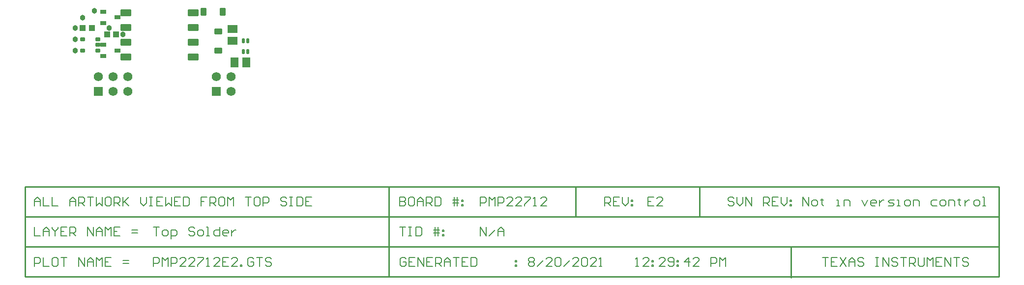
<source format=gts>
G04*
G04 #@! TF.GenerationSoftware,Altium Limited,Altium Designer,21.6.1 (37)*
G04*
G04 Layer_Color=8388736*
%FSAX44Y44*%
%MOMM*%
G71*
G04*
G04 #@! TF.SameCoordinates,618BDD94-0BF2-4233-98CF-319708F98917*
G04*
G04*
G04 #@! TF.FilePolarity,Negative*
G04*
G01*
G75*
%ADD15C,0.2032*%
%ADD17C,0.2540*%
G04:AMPARAMS|DCode=23|XSize=1.82mm|YSize=1.12mm|CornerRadius=0.0504mm|HoleSize=0mm|Usage=FLASHONLY|Rotation=0.000|XOffset=0mm|YOffset=0mm|HoleType=Round|Shape=RoundedRectangle|*
%AMROUNDEDRECTD23*
21,1,1.8200,1.0192,0,0,0.0*
21,1,1.7192,1.1200,0,0,0.0*
1,1,0.1008,0.8596,-0.5096*
1,1,0.1008,-0.8596,-0.5096*
1,1,0.1008,-0.8596,0.5096*
1,1,0.1008,0.8596,0.5096*
%
%ADD23ROUNDEDRECTD23*%
G04:AMPARAMS|DCode=27|XSize=0.85mm|YSize=0.5mm|CornerRadius=0.1mm|HoleSize=0mm|Usage=FLASHONLY|Rotation=270.000|XOffset=0mm|YOffset=0mm|HoleType=Round|Shape=RoundedRectangle|*
%AMROUNDEDRECTD27*
21,1,0.8500,0.3000,0,0,270.0*
21,1,0.6500,0.5000,0,0,270.0*
1,1,0.2000,-0.1500,-0.3250*
1,1,0.2000,-0.1500,0.3250*
1,1,0.2000,0.1500,0.3250*
1,1,0.2000,0.1500,-0.3250*
%
%ADD27ROUNDEDRECTD27*%
%ADD28R,1.3700X1.7002*%
%ADD29R,1.7002X1.3700*%
G04:AMPARAMS|DCode=30|XSize=1.0144mm|YSize=1.3192mm|CornerRadius=0.1003mm|HoleSize=0mm|Usage=FLASHONLY|Rotation=180.000|XOffset=0mm|YOffset=0mm|HoleType=Round|Shape=RoundedRectangle|*
%AMROUNDEDRECTD30*
21,1,1.0144,1.1186,0,0,180.0*
21,1,0.8138,1.3192,0,0,180.0*
1,1,0.2006,-0.4069,0.5593*
1,1,0.2006,0.4069,0.5593*
1,1,0.2006,0.4069,-0.5593*
1,1,0.2006,-0.4069,-0.5593*
%
%ADD30ROUNDEDRECTD30*%
G04:AMPARAMS|DCode=31|XSize=1.0144mm|YSize=1.3192mm|CornerRadius=0.1003mm|HoleSize=0mm|Usage=FLASHONLY|Rotation=270.000|XOffset=0mm|YOffset=0mm|HoleType=Round|Shape=RoundedRectangle|*
%AMROUNDEDRECTD31*
21,1,1.0144,1.1186,0,0,270.0*
21,1,0.8138,1.3192,0,0,270.0*
1,1,0.2006,-0.5593,-0.4069*
1,1,0.2006,-0.5593,0.4069*
1,1,0.2006,0.5593,0.4069*
1,1,0.2006,0.5593,-0.4069*
%
%ADD31ROUNDEDRECTD31*%
G04:AMPARAMS|DCode=32|XSize=0.65mm|YSize=0.9mm|CornerRadius=0.0995mm|HoleSize=0mm|Usage=FLASHONLY|Rotation=270.000|XOffset=0mm|YOffset=0mm|HoleType=Round|Shape=RoundedRectangle|*
%AMROUNDEDRECTD32*
21,1,0.6500,0.7010,0,0,270.0*
21,1,0.4510,0.9000,0,0,270.0*
1,1,0.1990,-0.3505,-0.2255*
1,1,0.1990,-0.3505,0.2255*
1,1,0.1990,0.3505,0.2255*
1,1,0.1990,0.3505,-0.2255*
%
%ADD32ROUNDEDRECTD32*%
G04:AMPARAMS|DCode=33|XSize=0.7mm|YSize=1.1mm|CornerRadius=0.2mm|HoleSize=0mm|Usage=FLASHONLY|Rotation=90.000|XOffset=0mm|YOffset=0mm|HoleType=Round|Shape=RoundedRectangle|*
%AMROUNDEDRECTD33*
21,1,0.7000,0.7000,0,0,90.0*
21,1,0.3000,1.1000,0,0,90.0*
1,1,0.4000,0.3500,0.1500*
1,1,0.4000,0.3500,-0.1500*
1,1,0.4000,-0.3500,-0.1500*
1,1,0.4000,-0.3500,0.1500*
%
%ADD33ROUNDEDRECTD33*%
%ADD34R,1.1000X1.0500*%
%ADD35C,1.5700*%
G04:AMPARAMS|DCode=36|XSize=1.57mm|YSize=1.57mm|CornerRadius=0.0471mm|HoleSize=0mm|Usage=FLASHONLY|Rotation=0.000|XOffset=0mm|YOffset=0mm|HoleType=Round|Shape=RoundedRectangle|*
%AMROUNDEDRECTD36*
21,1,1.5700,1.4758,0,0,0.0*
21,1,1.4758,1.5700,0,0,0.0*
1,1,0.0942,0.7379,-0.7379*
1,1,0.0942,-0.7379,-0.7379*
1,1,0.0942,-0.7379,0.7379*
1,1,0.0942,0.7379,0.7379*
%
%ADD36ROUNDEDRECTD36*%
%ADD37C,0.9636*%
G54D15*
X00322326Y00186814D02*
X00332483D01*
X00327404D01*
Y00171579D01*
X00340100D02*
X00345179D01*
X00347718Y00174118D01*
Y00179196D01*
X00345179Y00181735D01*
X00340100D01*
X00337561Y00179196D01*
Y00174118D01*
X00340100Y00171579D01*
X00352796Y00166500D02*
Y00181735D01*
X00360414D01*
X00362953Y00179196D01*
Y00174118D01*
X00360414Y00171579D01*
X00352796D01*
X00393423Y00184275D02*
X00390884Y00186814D01*
X00385806D01*
X00383266Y00184275D01*
Y00181735D01*
X00385806Y00179196D01*
X00390884D01*
X00393423Y00176657D01*
Y00174118D01*
X00390884Y00171579D01*
X00385806D01*
X00383266Y00174118D01*
X00401040Y00171579D02*
X00406119D01*
X00408658Y00174118D01*
Y00179196D01*
X00406119Y00181735D01*
X00401040D01*
X00398501Y00179196D01*
Y00174118D01*
X00401040Y00171579D01*
X00413736D02*
X00418815D01*
X00416276D01*
Y00186814D01*
X00413736D01*
X00436589D02*
Y00171579D01*
X00428971D01*
X00426432Y00174118D01*
Y00179196D01*
X00428971Y00181735D01*
X00436589D01*
X00449285Y00171579D02*
X00444207D01*
X00441667Y00174118D01*
Y00179196D01*
X00444207Y00181735D01*
X00449285D01*
X00451824Y00179196D01*
Y00176657D01*
X00441667D01*
X00456903Y00181735D02*
Y00171579D01*
Y00176657D01*
X00459442Y00179196D01*
X00461981Y00181735D01*
X00464520D01*
X00322326Y00186814D02*
X00332483D01*
X00327404D01*
Y00171579D01*
X00340100D02*
X00345179D01*
X00347718Y00174118D01*
Y00179196D01*
X00345179Y00181735D01*
X00340100D01*
X00337561Y00179196D01*
Y00174118D01*
X00340100Y00171579D01*
X00352796Y00166500D02*
Y00181735D01*
X00360414D01*
X00362953Y00179196D01*
Y00174118D01*
X00360414Y00171579D01*
X00352796D01*
X00393423Y00184275D02*
X00390884Y00186814D01*
X00385806D01*
X00383266Y00184275D01*
Y00181735D01*
X00385806Y00179196D01*
X00390884D01*
X00393423Y00176657D01*
Y00174118D01*
X00390884Y00171579D01*
X00385806D01*
X00383266Y00174118D01*
X00401040Y00171579D02*
X00406119D01*
X00408658Y00174118D01*
Y00179196D01*
X00406119Y00181735D01*
X00401040D01*
X00398501Y00179196D01*
Y00174118D01*
X00401040Y00171579D01*
X00413736D02*
X00418815D01*
X00416276D01*
Y00186814D01*
X00413736D01*
X00436589D02*
Y00171579D01*
X00428971D01*
X00426432Y00174118D01*
Y00179196D01*
X00428971Y00181735D01*
X00436589D01*
X00449285Y00171579D02*
X00444207D01*
X00441667Y00174118D01*
Y00179196D01*
X00444207Y00181735D01*
X00449285D01*
X00451824Y00179196D01*
Y00176657D01*
X00441667D01*
X00456903Y00181735D02*
Y00171579D01*
Y00176657D01*
X00459442Y00179196D01*
X00461981Y00181735D01*
X00464520D01*
X01441196Y00223097D02*
Y00238332D01*
X01451353Y00223097D01*
Y00238332D01*
X01458970Y00223097D02*
X01464049D01*
X01466588Y00225636D01*
Y00230714D01*
X01464049Y00233253D01*
X01458970D01*
X01456431Y00230714D01*
Y00225636D01*
X01458970Y00223097D01*
X01474205Y00235793D02*
Y00233253D01*
X01471666D01*
X01476745D01*
X01474205D01*
Y00225636D01*
X01476745Y00223097D01*
X01499597D02*
X01504675D01*
X01502136D01*
Y00233253D01*
X01499597D01*
X01512293Y00223097D02*
Y00233253D01*
X01519910D01*
X01522450Y00230714D01*
Y00223097D01*
X01542763Y00233253D02*
X01547841Y00223097D01*
X01552920Y00233253D01*
X01565616Y00223097D02*
X01560537D01*
X01557998Y00225636D01*
Y00230714D01*
X01560537Y00233253D01*
X01565616D01*
X01568155Y00230714D01*
Y00228175D01*
X01557998D01*
X01573233Y00233253D02*
Y00223097D01*
Y00228175D01*
X01575773Y00230714D01*
X01578312Y00233253D01*
X01580851D01*
X01588468Y00223097D02*
X01596086D01*
X01598625Y00225636D01*
X01596086Y00228175D01*
X01591008D01*
X01588468Y00230714D01*
X01591008Y00233253D01*
X01598625D01*
X01603703Y00223097D02*
X01608782D01*
X01606243D01*
Y00233253D01*
X01603703D01*
X01618938Y00223097D02*
X01624017D01*
X01626556Y00225636D01*
Y00230714D01*
X01624017Y00233253D01*
X01618938D01*
X01616399Y00230714D01*
Y00225636D01*
X01618938Y00223097D01*
X01631634D02*
Y00233253D01*
X01639252D01*
X01641791Y00230714D01*
Y00223097D01*
X01672261Y00233253D02*
X01664644D01*
X01662104Y00230714D01*
Y00225636D01*
X01664644Y00223097D01*
X01672261D01*
X01679879D02*
X01684957D01*
X01687496Y00225636D01*
Y00230714D01*
X01684957Y00233253D01*
X01679879D01*
X01677340Y00230714D01*
Y00225636D01*
X01679879Y00223097D01*
X01692575D02*
Y00233253D01*
X01700192D01*
X01702731Y00230714D01*
Y00223097D01*
X01710349Y00235793D02*
Y00233253D01*
X01707810D01*
X01712888D01*
X01710349D01*
Y00225636D01*
X01712888Y00223097D01*
X01720506Y00233253D02*
Y00223097D01*
Y00228175D01*
X01723045Y00230714D01*
X01725584Y00233253D01*
X01728123D01*
X01738280Y00223097D02*
X01743358D01*
X01745897Y00225636D01*
Y00230714D01*
X01743358Y00233253D01*
X01738280D01*
X01735741Y00230714D01*
Y00225636D01*
X01738280Y00223097D01*
X01750976D02*
X01756054D01*
X01753515D01*
Y00238332D01*
X01750976D01*
X01322829Y00235793D02*
X01320289Y00238332D01*
X01315211D01*
X01312672Y00235793D01*
Y00233253D01*
X01315211Y00230714D01*
X01320289D01*
X01322829Y00228175D01*
Y00225636D01*
X01320289Y00223097D01*
X01315211D01*
X01312672Y00225636D01*
X01327907Y00238332D02*
Y00228175D01*
X01332985Y00223097D01*
X01338064Y00228175D01*
Y00238332D01*
X01343142Y00223097D02*
Y00238332D01*
X01353299Y00223097D01*
Y00238332D01*
X01373612Y00223097D02*
Y00238332D01*
X01381230D01*
X01383769Y00235793D01*
Y00230714D01*
X01381230Y00228175D01*
X01373612D01*
X01378691D02*
X01383769Y00223097D01*
X01399004Y00238332D02*
X01388847D01*
Y00223097D01*
X01399004D01*
X01388847Y00230714D02*
X01393926D01*
X01404082Y00238332D02*
Y00228175D01*
X01409161Y00223097D01*
X01414239Y00228175D01*
Y00238332D01*
X01419317Y00233253D02*
X01421857D01*
Y00230714D01*
X01419317D01*
Y00233253D01*
Y00225636D02*
X01421857D01*
Y00223097D01*
X01419317D01*
Y00225636D01*
X01099820Y00223097D02*
Y00238332D01*
X01107438D01*
X01109977Y00235793D01*
Y00230714D01*
X01107438Y00228175D01*
X01099820D01*
X01104898D02*
X01109977Y00223097D01*
X01125212Y00238332D02*
X01115055D01*
Y00223097D01*
X01125212D01*
X01115055Y00230714D02*
X01120133D01*
X01130290Y00238332D02*
Y00228175D01*
X01135368Y00223097D01*
X01140447Y00228175D01*
Y00238332D01*
X01145525Y00233253D02*
X01148064D01*
Y00230714D01*
X01145525D01*
Y00233253D01*
Y00225636D02*
X01148064D01*
Y00223097D01*
X01145525D01*
Y00225636D01*
X00322326Y00119295D02*
Y00134530D01*
X00329944D01*
X00332483Y00131991D01*
Y00126912D01*
X00329944Y00124373D01*
X00322326D01*
X00337561Y00119295D02*
Y00134530D01*
X00342639Y00129452D01*
X00347718Y00134530D01*
Y00119295D01*
X00352796D02*
Y00134530D01*
X00360414D01*
X00362953Y00131991D01*
Y00126912D01*
X00360414Y00124373D01*
X00352796D01*
X00378188Y00119295D02*
X00368031D01*
X00378188Y00129452D01*
Y00131991D01*
X00375649Y00134530D01*
X00370570D01*
X00368031Y00131991D01*
X00393423Y00119295D02*
X00383266D01*
X00393423Y00129452D01*
Y00131991D01*
X00390884Y00134530D01*
X00385806D01*
X00383266Y00131991D01*
X00398501Y00134530D02*
X00408658D01*
Y00131991D01*
X00398501Y00121834D01*
Y00119295D01*
X00413736D02*
X00418815D01*
X00416276D01*
Y00134530D01*
X00413736Y00131991D01*
X00436589Y00119295D02*
X00426432D01*
X00436589Y00129452D01*
Y00131991D01*
X00434050Y00134530D01*
X00428971D01*
X00426432Y00131991D01*
X00451824Y00134530D02*
X00441667D01*
Y00119295D01*
X00451824D01*
X00441667Y00126912D02*
X00446746D01*
X00467059Y00119295D02*
X00456903D01*
X00467059Y00129452D01*
Y00131991D01*
X00464520Y00134530D01*
X00459442D01*
X00456903Y00131991D01*
X00472137Y00119295D02*
Y00121834D01*
X00474677D01*
Y00119295D01*
X00472137D01*
X00494990Y00131991D02*
X00492451Y00134530D01*
X00487373D01*
X00484833Y00131991D01*
Y00121834D01*
X00487373Y00119295D01*
X00492451D01*
X00494990Y00121834D01*
Y00126912D01*
X00489912D01*
X00500069Y00134530D02*
X00510225D01*
X00505147D01*
Y00119295D01*
X00525460Y00131991D02*
X00522921Y00134530D01*
X00517843D01*
X00515304Y00131991D01*
Y00129452D01*
X00517843Y00126912D01*
X00522921D01*
X00525460Y00124373D01*
Y00121834D01*
X00522921Y00119295D01*
X00517843D01*
X00515304Y00121834D01*
X00968121Y00131991D02*
X00970660Y00134530D01*
X00975739D01*
X00978278Y00131991D01*
Y00129452D01*
X00975739Y00126912D01*
X00978278Y00124373D01*
Y00121834D01*
X00975739Y00119295D01*
X00970660D01*
X00968121Y00121834D01*
Y00124373D01*
X00970660Y00126912D01*
X00968121Y00129452D01*
Y00131991D01*
X00970660Y00126912D02*
X00975739D01*
X00983356Y00119295D02*
X00993513Y00129452D01*
X01008748Y00119295D02*
X00998591D01*
X01008748Y00129452D01*
Y00131991D01*
X01006209Y00134530D01*
X01001130D01*
X00998591Y00131991D01*
X01013826D02*
X01016365Y00134530D01*
X01021444D01*
X01023983Y00131991D01*
Y00121834D01*
X01021444Y00119295D01*
X01016365D01*
X01013826Y00121834D01*
Y00131991D01*
X01029061Y00119295D02*
X01039218Y00129452D01*
X01054453Y00119295D02*
X01044296D01*
X01054453Y00129452D01*
Y00131991D01*
X01051914Y00134530D01*
X01046835D01*
X01044296Y00131991D01*
X01059531D02*
X01062071Y00134530D01*
X01067149D01*
X01069688Y00131991D01*
Y00121834D01*
X01067149Y00119295D01*
X01062071D01*
X01059531Y00121834D01*
Y00131991D01*
X01084923Y00119295D02*
X01074766D01*
X01084923Y00129452D01*
Y00131991D01*
X01082384Y00134530D01*
X01077306D01*
X01074766Y00131991D01*
X01090002Y00119295D02*
X01095080D01*
X01092541D01*
Y00134530D01*
X01090002Y00131991D01*
X00757425D02*
X00754885Y00134530D01*
X00749807D01*
X00747268Y00131991D01*
Y00121834D01*
X00749807Y00119295D01*
X00754885D01*
X00757425Y00121834D01*
Y00126912D01*
X00752346D01*
X00772660Y00134530D02*
X00762503D01*
Y00119295D01*
X00772660D01*
X00762503Y00126912D02*
X00767581D01*
X00777738Y00119295D02*
Y00134530D01*
X00787895Y00119295D01*
Y00134530D01*
X00803130D02*
X00792973D01*
Y00119295D01*
X00803130D01*
X00792973Y00126912D02*
X00798052D01*
X00808208Y00119295D02*
Y00134530D01*
X00815826D01*
X00818365Y00131991D01*
Y00126912D01*
X00815826Y00124373D01*
X00808208D01*
X00813287D02*
X00818365Y00119295D01*
X00823443D02*
Y00129452D01*
X00828522Y00134530D01*
X00833600Y00129452D01*
Y00119295D01*
Y00126912D01*
X00823443D01*
X00838678Y00134530D02*
X00848835D01*
X00843757D01*
Y00119295D01*
X00864070Y00134530D02*
X00853913D01*
Y00119295D01*
X00864070D01*
X00853913Y00126912D02*
X00858992D01*
X00869149Y00134530D02*
Y00119295D01*
X00876766D01*
X00879305Y00121834D01*
Y00131991D01*
X00876766Y00134530D01*
X00869149D01*
X00945324Y00129452D02*
X00947863D01*
Y00126912D01*
X00945324D01*
Y00129452D01*
Y00121834D02*
X00947863D01*
Y00119295D01*
X00945324D01*
Y00121834D01*
X00117729Y00223097D02*
Y00233253D01*
X00122807Y00238332D01*
X00127886Y00233253D01*
Y00223097D01*
Y00230714D01*
X00117729D01*
X00132964Y00238332D02*
Y00223097D01*
X00143121D01*
X00148199Y00238332D02*
Y00223097D01*
X00158356D01*
X00178669D02*
Y00233253D01*
X00183748Y00238332D01*
X00188826Y00233253D01*
Y00223097D01*
Y00230714D01*
X00178669D01*
X00193904Y00223097D02*
Y00238332D01*
X00201522D01*
X00204061Y00235793D01*
Y00230714D01*
X00201522Y00228175D01*
X00193904D01*
X00198983D02*
X00204061Y00223097D01*
X00209139Y00238332D02*
X00219296D01*
X00214218D01*
Y00223097D01*
X00224375Y00238332D02*
Y00223097D01*
X00229453Y00228175D01*
X00234531Y00223097D01*
Y00238332D01*
X00247227D02*
X00242149D01*
X00239610Y00235793D01*
Y00225636D01*
X00242149Y00223097D01*
X00247227D01*
X00249766Y00225636D01*
Y00235793D01*
X00247227Y00238332D01*
X00254845Y00223097D02*
Y00238332D01*
X00262462D01*
X00265001Y00235793D01*
Y00230714D01*
X00262462Y00228175D01*
X00254845D01*
X00259923D02*
X00265001Y00223097D01*
X00270080Y00238332D02*
Y00223097D01*
Y00228175D01*
X00280236Y00238332D01*
X00272619Y00230714D01*
X00280236Y00223097D01*
X00300550Y00238332D02*
Y00228175D01*
X00305628Y00223097D01*
X00310707Y00228175D01*
Y00238332D01*
X00315785D02*
X00320863D01*
X00318324D01*
Y00223097D01*
X00315785D01*
X00320863D01*
X00338638Y00238332D02*
X00328481D01*
Y00223097D01*
X00338638D01*
X00328481Y00230714D02*
X00333559D01*
X00343716Y00238332D02*
Y00223097D01*
X00348794Y00228175D01*
X00353873Y00223097D01*
Y00238332D01*
X00369108D02*
X00358951D01*
Y00223097D01*
X00369108D01*
X00358951Y00230714D02*
X00364029D01*
X00374186Y00238332D02*
Y00223097D01*
X00381804D01*
X00384343Y00225636D01*
Y00235793D01*
X00381804Y00238332D01*
X00374186D01*
X00414813D02*
X00404656D01*
Y00230714D01*
X00409734D01*
X00404656D01*
Y00223097D01*
X00419891D02*
Y00238332D01*
X00427509D01*
X00430048Y00235793D01*
Y00230714D01*
X00427509Y00228175D01*
X00419891D01*
X00424970D02*
X00430048Y00223097D01*
X00442744Y00238332D02*
X00437665D01*
X00435126Y00235793D01*
Y00225636D01*
X00437665Y00223097D01*
X00442744D01*
X00445283Y00225636D01*
Y00235793D01*
X00442744Y00238332D01*
X00450361Y00223097D02*
Y00238332D01*
X00455440Y00233253D01*
X00460518Y00238332D01*
Y00223097D01*
X00480832Y00238332D02*
X00490988D01*
X00485910D01*
Y00223097D01*
X00503684Y00238332D02*
X00498606D01*
X00496067Y00235793D01*
Y00225636D01*
X00498606Y00223097D01*
X00503684D01*
X00506223Y00225636D01*
Y00235793D01*
X00503684Y00238332D01*
X00511302Y00223097D02*
Y00238332D01*
X00518919D01*
X00521458Y00235793D01*
Y00230714D01*
X00518919Y00228175D01*
X00511302D01*
X00551929Y00235793D02*
X00549389Y00238332D01*
X00544311D01*
X00541772Y00235793D01*
Y00233253D01*
X00544311Y00230714D01*
X00549389D01*
X00551929Y00228175D01*
Y00225636D01*
X00549389Y00223097D01*
X00544311D01*
X00541772Y00225636D01*
X00557007Y00238332D02*
X00562085D01*
X00559546D01*
Y00223097D01*
X00557007D01*
X00562085D01*
X00569703Y00238332D02*
Y00223097D01*
X00577320D01*
X00579860Y00225636D01*
Y00235793D01*
X00577320Y00238332D01*
X00569703D01*
X00595095D02*
X00584938D01*
Y00223097D01*
X00595095D01*
X00584938Y00230714D02*
X00590016D01*
X01184018Y00238332D02*
X01173861D01*
Y00223097D01*
X01184018D01*
X01173861Y00230714D02*
X01178939D01*
X01199253Y00223097D02*
X01189096D01*
X01199253Y00233253D01*
Y00235793D01*
X01196714Y00238332D01*
X01191635D01*
X01189096Y00235793D01*
X00885317Y00223097D02*
Y00238332D01*
X00892934D01*
X00895474Y00235793D01*
Y00230714D01*
X00892934Y00228175D01*
X00885317D01*
X00900552Y00223097D02*
Y00238332D01*
X00905630Y00233253D01*
X00910709Y00238332D01*
Y00223097D01*
X00915787D02*
Y00238332D01*
X00923405D01*
X00925944Y00235793D01*
Y00230714D01*
X00923405Y00228175D01*
X00915787D01*
X00941179Y00223097D02*
X00931022D01*
X00941179Y00233253D01*
Y00235793D01*
X00938640Y00238332D01*
X00933561D01*
X00931022Y00235793D01*
X00956414Y00223097D02*
X00946257D01*
X00956414Y00233253D01*
Y00235793D01*
X00953875Y00238332D01*
X00948796D01*
X00946257Y00235793D01*
X00961492Y00238332D02*
X00971649D01*
Y00235793D01*
X00961492Y00225636D01*
Y00223097D01*
X00976727D02*
X00981806D01*
X00979267D01*
Y00238332D01*
X00976727Y00235793D01*
X00999580Y00223097D02*
X00989423D01*
X00999580Y00233253D01*
Y00235793D01*
X00997041Y00238332D01*
X00991963D01*
X00989423Y00235793D01*
X00746760Y00238332D02*
Y00223097D01*
X00754378D01*
X00756917Y00225636D01*
Y00228175D01*
X00754378Y00230714D01*
X00746760D01*
X00754378D01*
X00756917Y00233253D01*
Y00235793D01*
X00754378Y00238332D01*
X00746760D01*
X00769613D02*
X00764534D01*
X00761995Y00235793D01*
Y00225636D01*
X00764534Y00223097D01*
X00769613D01*
X00772152Y00225636D01*
Y00235793D01*
X00769613Y00238332D01*
X00777230Y00223097D02*
Y00233253D01*
X00782309Y00238332D01*
X00787387Y00233253D01*
Y00223097D01*
Y00230714D01*
X00777230D01*
X00792465Y00223097D02*
Y00238332D01*
X00800083D01*
X00802622Y00235793D01*
Y00230714D01*
X00800083Y00228175D01*
X00792465D01*
X00797544D02*
X00802622Y00223097D01*
X00807700Y00238332D02*
Y00223097D01*
X00815318D01*
X00817857Y00225636D01*
Y00235793D01*
X00815318Y00238332D01*
X00807700D01*
X00840710Y00223097D02*
Y00238332D01*
X00845788D02*
Y00223097D01*
X00838170Y00233253D02*
X00845788D01*
X00848327D01*
X00838170Y00228175D02*
X00848327D01*
X00853406Y00233253D02*
X00855945D01*
Y00230714D01*
X00853406D01*
Y00233253D01*
Y00225636D02*
X00855945D01*
Y00223097D01*
X00853406D01*
Y00225636D01*
X00117729Y00186814D02*
Y00171579D01*
X00127886D01*
X00132964D02*
Y00181735D01*
X00138042Y00186814D01*
X00143121Y00181735D01*
Y00171579D01*
Y00179196D01*
X00132964D01*
X00148199Y00186814D02*
Y00184275D01*
X00153278Y00179196D01*
X00158356Y00184275D01*
Y00186814D01*
X00153278Y00179196D02*
Y00171579D01*
X00173591Y00186814D02*
X00163434D01*
Y00171579D01*
X00173591D01*
X00163434Y00179196D02*
X00168513D01*
X00178669Y00171579D02*
Y00186814D01*
X00186287D01*
X00188826Y00184275D01*
Y00179196D01*
X00186287Y00176657D01*
X00178669D01*
X00183748D02*
X00188826Y00171579D01*
X00209139D02*
Y00186814D01*
X00219296Y00171579D01*
Y00186814D01*
X00224375Y00171579D02*
Y00181735D01*
X00229453Y00186814D01*
X00234531Y00181735D01*
Y00171579D01*
Y00179196D01*
X00224375D01*
X00239610Y00171579D02*
Y00186814D01*
X00244688Y00181735D01*
X00249766Y00186814D01*
Y00171579D01*
X00265001Y00186814D02*
X00254845D01*
Y00171579D01*
X00265001D01*
X00254845Y00179196D02*
X00259923D01*
X00285315Y00176657D02*
X00295471D01*
X00285315Y00181735D02*
X00295471D01*
X00117729Y00119295D02*
Y00134530D01*
X00125346D01*
X00127886Y00131991D01*
Y00126912D01*
X00125346Y00124373D01*
X00117729D01*
X00132964Y00134530D02*
Y00119295D01*
X00143121D01*
X00155817Y00134530D02*
X00150738D01*
X00148199Y00131991D01*
Y00121834D01*
X00150738Y00119295D01*
X00155817D01*
X00158356Y00121834D01*
Y00131991D01*
X00155817Y00134530D01*
X00163434D02*
X00173591D01*
X00168513D01*
Y00119295D01*
X00193904D02*
Y00134530D01*
X00204061Y00119295D01*
Y00134530D01*
X00209139Y00119295D02*
Y00129452D01*
X00214218Y00134530D01*
X00219296Y00129452D01*
Y00119295D01*
Y00126912D01*
X00209139D01*
X00224375Y00119295D02*
Y00134530D01*
X00229453Y00129452D01*
X00234531Y00134530D01*
Y00119295D01*
X00249766Y00134530D02*
X00239610D01*
Y00119295D01*
X00249766D01*
X00239610Y00126912D02*
X00244688D01*
X00270080Y00124373D02*
X00280236D01*
X00270080Y00129452D02*
X00280236D01*
X01153287Y00119295D02*
X01158365D01*
X01155826D01*
Y00134530D01*
X01153287Y00131991D01*
X01176140Y00119295D02*
X01165983D01*
X01176140Y00129452D01*
Y00131991D01*
X01173600Y00134530D01*
X01168522D01*
X01165983Y00131991D01*
X01181218Y00129452D02*
X01183757D01*
Y00126912D01*
X01181218D01*
Y00129452D01*
Y00121834D02*
X01183757D01*
Y00119295D01*
X01181218D01*
Y00121834D01*
X01204071Y00119295D02*
X01193914D01*
X01204071Y00129452D01*
Y00131991D01*
X01201531Y00134530D01*
X01196453D01*
X01193914Y00131991D01*
X01209149Y00121834D02*
X01211688Y00119295D01*
X01216767D01*
X01219306Y00121834D01*
Y00131991D01*
X01216767Y00134530D01*
X01211688D01*
X01209149Y00131991D01*
Y00129452D01*
X01211688Y00126912D01*
X01219306D01*
X01224384Y00129452D02*
X01226923D01*
Y00126912D01*
X01224384D01*
Y00129452D01*
Y00121834D02*
X01226923D01*
Y00119295D01*
X01224384D01*
Y00121834D01*
X01244697Y00119295D02*
Y00134530D01*
X01237080Y00126912D01*
X01247237D01*
X01262472Y00119295D02*
X01252315D01*
X01262472Y00129452D01*
Y00131991D01*
X01259932Y00134530D01*
X01254854D01*
X01252315Y00131991D01*
X01282785Y00119295D02*
Y00134530D01*
X01290403D01*
X01292942Y00131991D01*
Y00126912D01*
X01290403Y00124373D01*
X01282785D01*
X01298020Y00119295D02*
Y00134530D01*
X01303098Y00129452D01*
X01308177Y00134530D01*
Y00119295D01*
X01474470Y00134530D02*
X01484627D01*
X01479548D01*
Y00119295D01*
X01499862Y00134530D02*
X01489705D01*
Y00119295D01*
X01499862D01*
X01489705Y00126912D02*
X01494783D01*
X01504940Y00134530D02*
X01515097Y00119295D01*
Y00134530D02*
X01504940Y00119295D01*
X01520175D02*
Y00129452D01*
X01525254Y00134530D01*
X01530332Y00129452D01*
Y00119295D01*
Y00126912D01*
X01520175D01*
X01545567Y00131991D02*
X01543028Y00134530D01*
X01537950D01*
X01535410Y00131991D01*
Y00129452D01*
X01537950Y00126912D01*
X01543028D01*
X01545567Y00124373D01*
Y00121834D01*
X01543028Y00119295D01*
X01537950D01*
X01535410Y00121834D01*
X01565880Y00134530D02*
X01570959D01*
X01568420D01*
Y00119295D01*
X01565880D01*
X01570959D01*
X01578576D02*
Y00134530D01*
X01588733Y00119295D01*
Y00134530D01*
X01603968Y00131991D02*
X01601429Y00134530D01*
X01596351D01*
X01593811Y00131991D01*
Y00129452D01*
X01596351Y00126912D01*
X01601429D01*
X01603968Y00124373D01*
Y00121834D01*
X01601429Y00119295D01*
X01596351D01*
X01593811Y00121834D01*
X01609046Y00134530D02*
X01619203D01*
X01614125D01*
Y00119295D01*
X01624281D02*
Y00134530D01*
X01631899D01*
X01634438Y00131991D01*
Y00126912D01*
X01631899Y00124373D01*
X01624281D01*
X01629360D02*
X01634438Y00119295D01*
X01639517Y00134530D02*
Y00121834D01*
X01642056Y00119295D01*
X01647134D01*
X01649673Y00121834D01*
Y00134530D01*
X01654752Y00119295D02*
Y00134530D01*
X01659830Y00129452D01*
X01664908Y00134530D01*
Y00119295D01*
X01680143Y00134530D02*
X01669987D01*
Y00119295D01*
X01680143D01*
X01669987Y00126912D02*
X01675065D01*
X01685222Y00119295D02*
Y00134530D01*
X01695379Y00119295D01*
Y00134530D01*
X01700457D02*
X01710614D01*
X01705535D01*
Y00119295D01*
X01725849Y00131991D02*
X01723309Y00134530D01*
X01718231D01*
X01715692Y00131991D01*
Y00129452D01*
X01718231Y00126912D01*
X01723309D01*
X01725849Y00124373D01*
Y00121834D01*
X01723309Y00119295D01*
X01718231D01*
X01715692Y00121834D01*
X00746760Y00186685D02*
X00756917D01*
X00751838D01*
Y00171450D01*
X00761995Y00186685D02*
X00767073D01*
X00764534D01*
Y00171450D01*
X00761995D01*
X00767073D01*
X00774691Y00186685D02*
Y00171450D01*
X00782309D01*
X00784848Y00173989D01*
Y00184146D01*
X00782309Y00186685D01*
X00774691D01*
X00807700Y00171450D02*
Y00186685D01*
X00812779D02*
Y00171450D01*
X00805161Y00181607D02*
X00812779D01*
X00815318D01*
X00805161Y00176528D02*
X00815318D01*
X00820396Y00181607D02*
X00822935D01*
Y00179067D01*
X00820396D01*
Y00181607D01*
Y00173989D02*
X00822935D01*
Y00171450D01*
X00820396D01*
Y00173989D01*
X00885317Y00171450D02*
Y00186685D01*
X00895474Y00171450D01*
Y00186685D01*
X00900552Y00171450D02*
X00910709Y00181607D01*
X00915787Y00171450D02*
Y00181607D01*
X00920865Y00186685D01*
X00925944Y00181607D01*
Y00171450D01*
Y00179067D01*
X00915787D01*
G54D17*
X01262888Y00205020D02*
Y00256667D01*
X01049528Y00205020D02*
Y00256667D01*
X00101600Y00205020D02*
X01778508D01*
X00101600Y00153374D02*
X01778000D01*
X00101600Y00101727D02*
X01118870D01*
X00101727Y00256667D02*
X01778508D01*
X00101727Y00101727D02*
Y00256667D01*
Y00101727D02*
X00501904D01*
X00101600D02*
Y00256667D01*
X00727710Y00101727D02*
Y00256667D01*
X01778508Y00101727D02*
Y00256667D01*
X01118870Y00101727D02*
X01778508D01*
X01420876Y00100076D02*
Y00151596D01*
G54D23*
X00391468Y00555928D02*
D03*
Y00530528D02*
D03*
Y00505128D02*
D03*
Y00479728D02*
D03*
X00275068D02*
D03*
Y00505128D02*
D03*
Y00530528D02*
D03*
Y00555928D02*
D03*
G54D27*
X00485268Y00507649D02*
D03*
Y00489149D02*
D03*
X00477268Y00507649D02*
D03*
Y00489149D02*
D03*
G54D28*
X00462584Y00470267D02*
D03*
X00482904D02*
D03*
G54D29*
X00458393Y00508043D02*
D03*
Y00528363D02*
D03*
G54D30*
X00441479Y00557986D02*
D03*
X00408713D02*
D03*
G54D31*
X00434367Y00523869D02*
D03*
Y00491103D02*
D03*
G54D32*
X00200941Y00491294D02*
D03*
Y00510294D02*
D03*
X00226441D02*
D03*
Y00500794D02*
D03*
Y00491294D02*
D03*
G54D33*
X00236518Y00500794D02*
D03*
Y00481794D02*
D03*
X00260518Y00491294D02*
D03*
X00236518Y00557668D02*
D03*
Y00538669D02*
D03*
X00260518Y00548168D02*
D03*
G54D34*
X00242518Y00518896D02*
D03*
X00258518D02*
D03*
X00200691Y00529634D02*
D03*
X00216691D02*
D03*
G54D35*
X00278731Y00445786D02*
D03*
X00253331D02*
D03*
X00227931D02*
D03*
X00278731Y00420386D02*
D03*
X00253331D02*
D03*
X00456405Y00445786D02*
D03*
X00431005D02*
D03*
X00456405Y00420386D02*
D03*
G54D36*
X00227931Y00420386D02*
D03*
X00431005Y00420386D02*
D03*
G54D37*
X00246018Y00529634D02*
D03*
X00270093Y00518714D02*
D03*
X00188214Y00529634D02*
D03*
Y00491294D02*
D03*
Y00510294D02*
D03*
X00200518Y00547861D02*
D03*
X00220768Y00559636D02*
D03*
X00200691Y00529634D02*
D03*
M02*

</source>
